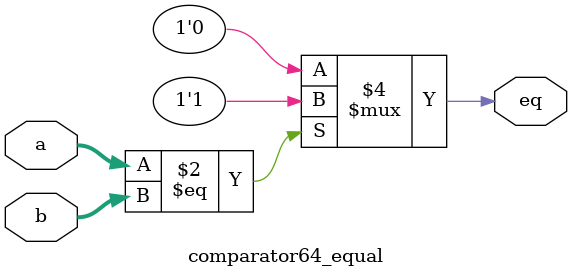
<source format=v>
module comparator64_equal(
    input [63:0] a,
    input [63:0] b,
    output reg eq
);

    always @(*) begin
        if (a == b) begin
            eq = 1;
        end else begin
            eq = 0;
    	end
    end

endmodule

// Verilog code for a 32-bit comparator. The module takes two 32-bit inputs a and b, and outputs three signals: eq (equal), gt (greater than), and lt (less than). The always block compares the two inputs and sets the output signals accordingly.

</source>
